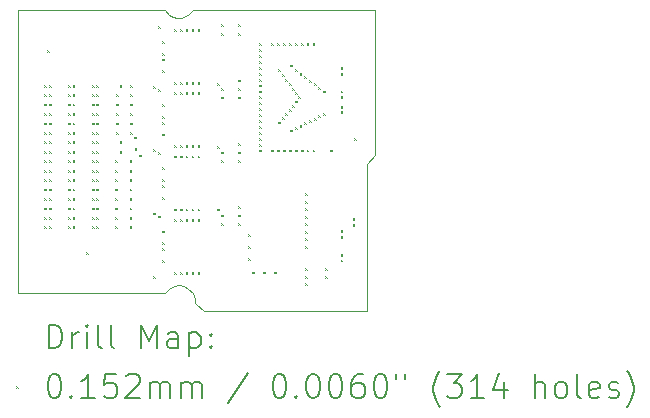
<source format=gbr>
%TF.GenerationSoftware,KiCad,Pcbnew,8.0.5*%
%TF.CreationDate,2025-10-23T09:57:47-05:00*%
%TF.ProjectId,iris-128s,69726973-2d31-4323-9873-2e6b69636164,1*%
%TF.SameCoordinates,Original*%
%TF.FileFunction,Drillmap*%
%TF.FilePolarity,Positive*%
%FSLAX45Y45*%
G04 Gerber Fmt 4.5, Leading zero omitted, Abs format (unit mm)*
G04 Created by KiCad (PCBNEW 8.0.5) date 2025-10-23 09:57:47*
%MOMM*%
%LPD*%
G01*
G04 APERTURE LIST*
%ADD10C,0.050000*%
%ADD11C,0.200000*%
%ADD12C,0.100000*%
G04 APERTURE END LIST*
D10*
X9550000Y-10400000D02*
X9550000Y-8000000D01*
X10990000Y-10360000D02*
X11030000Y-10400000D01*
X11000000Y-8035000D02*
X11030000Y-8000000D01*
X12570000Y-8000000D02*
X12570000Y-9230000D01*
X10790000Y-10400000D02*
X10830000Y-10360000D01*
X10895000Y-8070000D02*
X10930000Y-8070000D01*
X9550000Y-8000000D02*
X10790000Y-8000000D01*
X10830000Y-10360000D02*
X10870000Y-10340000D01*
X10790000Y-10400000D02*
X9550000Y-10400000D01*
X11030000Y-10400000D02*
X11050000Y-10450000D01*
X12100000Y-10550000D02*
X11120000Y-10550000D01*
X10790000Y-8000000D02*
X10825000Y-8040000D01*
X11050000Y-10450000D02*
X11050000Y-10480000D01*
X10950000Y-10340250D02*
X10990000Y-10360000D01*
X10970000Y-8055000D02*
X11000000Y-8035000D01*
X12500000Y-9300000D02*
X12500000Y-10550000D01*
X10910000Y-10330000D02*
X10950000Y-10340250D01*
X10930000Y-8070000D02*
X10970000Y-8055000D01*
X10825000Y-8040000D02*
X10860000Y-8060000D01*
X12570000Y-9230000D02*
X12500000Y-9300000D01*
X11120000Y-10550000D02*
X11050000Y-10480000D01*
X10870000Y-10340000D02*
X10910000Y-10330000D01*
X12500000Y-10550000D02*
X12100000Y-10550000D01*
X10860000Y-8060000D02*
X10895000Y-8070000D01*
X11030000Y-8000000D02*
X12570000Y-8000000D01*
D11*
D12*
X9772852Y-8632720D02*
X9788092Y-8647960D01*
X9788092Y-8632720D02*
X9772852Y-8647960D01*
X9772852Y-8712720D02*
X9788092Y-8727960D01*
X9788092Y-8712720D02*
X9772852Y-8727960D01*
X9772852Y-8792720D02*
X9788092Y-8807960D01*
X9788092Y-8792720D02*
X9772852Y-8807960D01*
X9772852Y-8872720D02*
X9788092Y-8887960D01*
X9788092Y-8872720D02*
X9772852Y-8887960D01*
X9772852Y-8952720D02*
X9788092Y-8967960D01*
X9788092Y-8952720D02*
X9772852Y-8967960D01*
X9772852Y-9032720D02*
X9788092Y-9047960D01*
X9788092Y-9032720D02*
X9772852Y-9047960D01*
X9772852Y-9112720D02*
X9788092Y-9127960D01*
X9788092Y-9112720D02*
X9772852Y-9127960D01*
X9772852Y-9192720D02*
X9788092Y-9207960D01*
X9788092Y-9192720D02*
X9772852Y-9207960D01*
X9772852Y-9272720D02*
X9788092Y-9287960D01*
X9788092Y-9272720D02*
X9772852Y-9287960D01*
X9772852Y-9352720D02*
X9788092Y-9367960D01*
X9788092Y-9352720D02*
X9772852Y-9367960D01*
X9772852Y-9432720D02*
X9788092Y-9447960D01*
X9788092Y-9432720D02*
X9772852Y-9447960D01*
X9772852Y-9512720D02*
X9788092Y-9527960D01*
X9788092Y-9512720D02*
X9772852Y-9527960D01*
X9772852Y-9592720D02*
X9788092Y-9607960D01*
X9788092Y-9592720D02*
X9772852Y-9607960D01*
X9772852Y-9672720D02*
X9788092Y-9687960D01*
X9788092Y-9672720D02*
X9772852Y-9687960D01*
X9772852Y-9752720D02*
X9788092Y-9767960D01*
X9788092Y-9752720D02*
X9772852Y-9767960D01*
X9772852Y-9832720D02*
X9788092Y-9847960D01*
X9788092Y-9832720D02*
X9772852Y-9847960D01*
X9796780Y-8340890D02*
X9812020Y-8356130D01*
X9812020Y-8340890D02*
X9796780Y-8356130D01*
X9811570Y-8632732D02*
X9826810Y-8647972D01*
X9826810Y-8632732D02*
X9811570Y-8647972D01*
X9811570Y-8712732D02*
X9826810Y-8727972D01*
X9826810Y-8712732D02*
X9811570Y-8727972D01*
X9811570Y-8792732D02*
X9826810Y-8807972D01*
X9826810Y-8792732D02*
X9811570Y-8807972D01*
X9811570Y-8872732D02*
X9826810Y-8887972D01*
X9826810Y-8872732D02*
X9811570Y-8887972D01*
X9811570Y-8952732D02*
X9826810Y-8967972D01*
X9826810Y-8952732D02*
X9811570Y-8967972D01*
X9811570Y-9032732D02*
X9826810Y-9047972D01*
X9826810Y-9032732D02*
X9811570Y-9047972D01*
X9811570Y-9112732D02*
X9826810Y-9127972D01*
X9826810Y-9112732D02*
X9811570Y-9127972D01*
X9811570Y-9192732D02*
X9826810Y-9207972D01*
X9826810Y-9192732D02*
X9811570Y-9207972D01*
X9811570Y-9272732D02*
X9826810Y-9287972D01*
X9826810Y-9272732D02*
X9811570Y-9287972D01*
X9811570Y-9352732D02*
X9826810Y-9367972D01*
X9826810Y-9352732D02*
X9811570Y-9367972D01*
X9811570Y-9432732D02*
X9826810Y-9447972D01*
X9826810Y-9432732D02*
X9811570Y-9447972D01*
X9811570Y-9512732D02*
X9826810Y-9527972D01*
X9826810Y-9512732D02*
X9811570Y-9527972D01*
X9811570Y-9592732D02*
X9826810Y-9607972D01*
X9826810Y-9592732D02*
X9811570Y-9607972D01*
X9811570Y-9672732D02*
X9826810Y-9687972D01*
X9826810Y-9672732D02*
X9811570Y-9687972D01*
X9811570Y-9752732D02*
X9826810Y-9767972D01*
X9826810Y-9752732D02*
X9811570Y-9767972D01*
X9811570Y-9832732D02*
X9826810Y-9847972D01*
X9826810Y-9832732D02*
X9811570Y-9847972D01*
X9972852Y-8632720D02*
X9988092Y-8647960D01*
X9988092Y-8632720D02*
X9972852Y-8647960D01*
X9972852Y-8712720D02*
X9988092Y-8727960D01*
X9988092Y-8712720D02*
X9972852Y-8727960D01*
X9972852Y-8792720D02*
X9988092Y-8807960D01*
X9988092Y-8792720D02*
X9972852Y-8807960D01*
X9972852Y-8872720D02*
X9988092Y-8887960D01*
X9988092Y-8872720D02*
X9972852Y-8887960D01*
X9972852Y-8952720D02*
X9988092Y-8967960D01*
X9988092Y-8952720D02*
X9972852Y-8967960D01*
X9972852Y-9032720D02*
X9988092Y-9047960D01*
X9988092Y-9032720D02*
X9972852Y-9047960D01*
X9972852Y-9112720D02*
X9988092Y-9127960D01*
X9988092Y-9112720D02*
X9972852Y-9127960D01*
X9972852Y-9192720D02*
X9988092Y-9207960D01*
X9988092Y-9192720D02*
X9972852Y-9207960D01*
X9972852Y-9272720D02*
X9988092Y-9287960D01*
X9988092Y-9272720D02*
X9972852Y-9287960D01*
X9972852Y-9352720D02*
X9988092Y-9367960D01*
X9988092Y-9352720D02*
X9972852Y-9367960D01*
X9972852Y-9432720D02*
X9988092Y-9447960D01*
X9988092Y-9432720D02*
X9972852Y-9447960D01*
X9972852Y-9512720D02*
X9988092Y-9527960D01*
X9988092Y-9512720D02*
X9972852Y-9527960D01*
X9972852Y-9592720D02*
X9988092Y-9607960D01*
X9988092Y-9592720D02*
X9972852Y-9607960D01*
X9972852Y-9672720D02*
X9988092Y-9687960D01*
X9988092Y-9672720D02*
X9972852Y-9687960D01*
X9972852Y-9752720D02*
X9988092Y-9767960D01*
X9988092Y-9752720D02*
X9972852Y-9767960D01*
X9972852Y-9832720D02*
X9988092Y-9847960D01*
X9988092Y-9832720D02*
X9972852Y-9847960D01*
X10011570Y-8632732D02*
X10026810Y-8647972D01*
X10026810Y-8632732D02*
X10011570Y-8647972D01*
X10011570Y-8712732D02*
X10026810Y-8727972D01*
X10026810Y-8712732D02*
X10011570Y-8727972D01*
X10011570Y-8792732D02*
X10026810Y-8807972D01*
X10026810Y-8792732D02*
X10011570Y-8807972D01*
X10011570Y-8872732D02*
X10026810Y-8887972D01*
X10026810Y-8872732D02*
X10011570Y-8887972D01*
X10011570Y-8952732D02*
X10026810Y-8967972D01*
X10026810Y-8952732D02*
X10011570Y-8967972D01*
X10011570Y-9032732D02*
X10026810Y-9047972D01*
X10026810Y-9032732D02*
X10011570Y-9047972D01*
X10011570Y-9112732D02*
X10026810Y-9127972D01*
X10026810Y-9112732D02*
X10011570Y-9127972D01*
X10011570Y-9192732D02*
X10026810Y-9207972D01*
X10026810Y-9192732D02*
X10011570Y-9207972D01*
X10011570Y-9272732D02*
X10026810Y-9287972D01*
X10026810Y-9272732D02*
X10011570Y-9287972D01*
X10011570Y-9352732D02*
X10026810Y-9367972D01*
X10026810Y-9352732D02*
X10011570Y-9367972D01*
X10011570Y-9432732D02*
X10026810Y-9447972D01*
X10026810Y-9432732D02*
X10011570Y-9447972D01*
X10011570Y-9512732D02*
X10026810Y-9527972D01*
X10026810Y-9512732D02*
X10011570Y-9527972D01*
X10011570Y-9592732D02*
X10026810Y-9607972D01*
X10026810Y-9592732D02*
X10011570Y-9607972D01*
X10011570Y-9672732D02*
X10026810Y-9687972D01*
X10026810Y-9672732D02*
X10011570Y-9687972D01*
X10011570Y-9752732D02*
X10026810Y-9767972D01*
X10026810Y-9752732D02*
X10011570Y-9767972D01*
X10011570Y-9832732D02*
X10026810Y-9847972D01*
X10026810Y-9832732D02*
X10011570Y-9847972D01*
X10124186Y-10047440D02*
X10139426Y-10062680D01*
X10139426Y-10047440D02*
X10124186Y-10062680D01*
X10172852Y-8632720D02*
X10188092Y-8647960D01*
X10188092Y-8632720D02*
X10172852Y-8647960D01*
X10172852Y-8712720D02*
X10188092Y-8727960D01*
X10188092Y-8712720D02*
X10172852Y-8727960D01*
X10172852Y-8792720D02*
X10188092Y-8807960D01*
X10188092Y-8792720D02*
X10172852Y-8807960D01*
X10172852Y-8872720D02*
X10188092Y-8887960D01*
X10188092Y-8872720D02*
X10172852Y-8887960D01*
X10172852Y-8952720D02*
X10188092Y-8967960D01*
X10188092Y-8952720D02*
X10172852Y-8967960D01*
X10172852Y-9032720D02*
X10188092Y-9047960D01*
X10188092Y-9032720D02*
X10172852Y-9047960D01*
X10172852Y-9112720D02*
X10188092Y-9127960D01*
X10188092Y-9112720D02*
X10172852Y-9127960D01*
X10172852Y-9192720D02*
X10188092Y-9207960D01*
X10188092Y-9192720D02*
X10172852Y-9207960D01*
X10172852Y-9272720D02*
X10188092Y-9287960D01*
X10188092Y-9272720D02*
X10172852Y-9287960D01*
X10172852Y-9352720D02*
X10188092Y-9367960D01*
X10188092Y-9352720D02*
X10172852Y-9367960D01*
X10172852Y-9432720D02*
X10188092Y-9447960D01*
X10188092Y-9432720D02*
X10172852Y-9447960D01*
X10172852Y-9512720D02*
X10188092Y-9527960D01*
X10188092Y-9512720D02*
X10172852Y-9527960D01*
X10172852Y-9592720D02*
X10188092Y-9607960D01*
X10188092Y-9592720D02*
X10172852Y-9607960D01*
X10172852Y-9672720D02*
X10188092Y-9687960D01*
X10188092Y-9672720D02*
X10172852Y-9687960D01*
X10172852Y-9752720D02*
X10188092Y-9767960D01*
X10188092Y-9752720D02*
X10172852Y-9767960D01*
X10172852Y-9832720D02*
X10188092Y-9847960D01*
X10188092Y-9832720D02*
X10172852Y-9847960D01*
X10211570Y-8632732D02*
X10226810Y-8647972D01*
X10226810Y-8632732D02*
X10211570Y-8647972D01*
X10211570Y-8712732D02*
X10226810Y-8727972D01*
X10226810Y-8712732D02*
X10211570Y-8727972D01*
X10211570Y-8792732D02*
X10226810Y-8807972D01*
X10226810Y-8792732D02*
X10211570Y-8807972D01*
X10211570Y-8872732D02*
X10226810Y-8887972D01*
X10226810Y-8872732D02*
X10211570Y-8887972D01*
X10211570Y-8952732D02*
X10226810Y-8967972D01*
X10226810Y-8952732D02*
X10211570Y-8967972D01*
X10211570Y-9032732D02*
X10226810Y-9047972D01*
X10226810Y-9032732D02*
X10211570Y-9047972D01*
X10211570Y-9112732D02*
X10226810Y-9127972D01*
X10226810Y-9112732D02*
X10211570Y-9127972D01*
X10211570Y-9192732D02*
X10226810Y-9207972D01*
X10226810Y-9192732D02*
X10211570Y-9207972D01*
X10211570Y-9272732D02*
X10226810Y-9287972D01*
X10226810Y-9272732D02*
X10211570Y-9287972D01*
X10211570Y-9352732D02*
X10226810Y-9367972D01*
X10226810Y-9352732D02*
X10211570Y-9367972D01*
X10211570Y-9432732D02*
X10226810Y-9447972D01*
X10226810Y-9432732D02*
X10211570Y-9447972D01*
X10211570Y-9512732D02*
X10226810Y-9527972D01*
X10226810Y-9512732D02*
X10211570Y-9527972D01*
X10211570Y-9592732D02*
X10226810Y-9607972D01*
X10226810Y-9592732D02*
X10211570Y-9607972D01*
X10211570Y-9672732D02*
X10226810Y-9687972D01*
X10226810Y-9672732D02*
X10211570Y-9687972D01*
X10211570Y-9752732D02*
X10226810Y-9767972D01*
X10226810Y-9752732D02*
X10211570Y-9767972D01*
X10211570Y-9832732D02*
X10226810Y-9847972D01*
X10226810Y-9832732D02*
X10211570Y-9847972D01*
X10372852Y-9272720D02*
X10388092Y-9287960D01*
X10388092Y-9272720D02*
X10372852Y-9287960D01*
X10372852Y-9352720D02*
X10388092Y-9367960D01*
X10388092Y-9352720D02*
X10372852Y-9367960D01*
X10372852Y-9432720D02*
X10388092Y-9447960D01*
X10388092Y-9432720D02*
X10372852Y-9447960D01*
X10372852Y-9512720D02*
X10388092Y-9527960D01*
X10388092Y-9512720D02*
X10372852Y-9527960D01*
X10372852Y-9592720D02*
X10388092Y-9607960D01*
X10388092Y-9592720D02*
X10372852Y-9607960D01*
X10372852Y-9672720D02*
X10388092Y-9687960D01*
X10388092Y-9672720D02*
X10372852Y-9687960D01*
X10372852Y-9752720D02*
X10388092Y-9767960D01*
X10388092Y-9752720D02*
X10372852Y-9767960D01*
X10372852Y-9832720D02*
X10388092Y-9847960D01*
X10388092Y-9832720D02*
X10372852Y-9847960D01*
X10375900Y-8712720D02*
X10391140Y-8727960D01*
X10391140Y-8712720D02*
X10375900Y-8727960D01*
X10375900Y-8792720D02*
X10391140Y-8807960D01*
X10391140Y-8792720D02*
X10375900Y-8807960D01*
X10375900Y-8872720D02*
X10391140Y-8887960D01*
X10391140Y-8872720D02*
X10375900Y-8887960D01*
X10375900Y-8952720D02*
X10391140Y-8967960D01*
X10391140Y-8952720D02*
X10375900Y-8967960D01*
X10375900Y-9032720D02*
X10391140Y-9047960D01*
X10391140Y-9032720D02*
X10375900Y-9047960D01*
X10407904Y-8632720D02*
X10423144Y-8647960D01*
X10423144Y-8632720D02*
X10407904Y-8647960D01*
X10407904Y-9112720D02*
X10423144Y-9127960D01*
X10423144Y-9112720D02*
X10407904Y-9127960D01*
X10407904Y-9192720D02*
X10423144Y-9207960D01*
X10423144Y-9192720D02*
X10407904Y-9207960D01*
X10492852Y-9272720D02*
X10508092Y-9287960D01*
X10508092Y-9272720D02*
X10492852Y-9287960D01*
X10492852Y-9352720D02*
X10508092Y-9367960D01*
X10508092Y-9352720D02*
X10492852Y-9367960D01*
X10492852Y-9432720D02*
X10508092Y-9447960D01*
X10508092Y-9432720D02*
X10492852Y-9447960D01*
X10492852Y-9512720D02*
X10508092Y-9527960D01*
X10508092Y-9512720D02*
X10492852Y-9527960D01*
X10492852Y-9592720D02*
X10508092Y-9607960D01*
X10508092Y-9592720D02*
X10492852Y-9607960D01*
X10492852Y-9672720D02*
X10508092Y-9687960D01*
X10508092Y-9672720D02*
X10492852Y-9687960D01*
X10492852Y-9752720D02*
X10508092Y-9767960D01*
X10508092Y-9752720D02*
X10492852Y-9767960D01*
X10492852Y-9832720D02*
X10508092Y-9847960D01*
X10508092Y-9832720D02*
X10492852Y-9847960D01*
X10495900Y-8632720D02*
X10511140Y-8647960D01*
X10511140Y-8632720D02*
X10495900Y-8647960D01*
X10495900Y-8712720D02*
X10511140Y-8727960D01*
X10511140Y-8712720D02*
X10495900Y-8727960D01*
X10495900Y-8792720D02*
X10511140Y-8807960D01*
X10511140Y-8792720D02*
X10495900Y-8807960D01*
X10495900Y-8872720D02*
X10511140Y-8887960D01*
X10511140Y-8872720D02*
X10495900Y-8887960D01*
X10495900Y-8952720D02*
X10511140Y-8967960D01*
X10511140Y-8952720D02*
X10495900Y-8967960D01*
X10495900Y-9032720D02*
X10511140Y-9047960D01*
X10511140Y-9032720D02*
X10495900Y-9047960D01*
X10534000Y-9072720D02*
X10549240Y-9087960D01*
X10549240Y-9072720D02*
X10534000Y-9087960D01*
X10536540Y-9167960D02*
X10551780Y-9183200D01*
X10551780Y-9167960D02*
X10536540Y-9183200D01*
X10576814Y-9224772D02*
X10592054Y-9240012D01*
X10592054Y-9224772D02*
X10576814Y-9240012D01*
X10690860Y-8644650D02*
X10706100Y-8659890D01*
X10706100Y-8644650D02*
X10690860Y-8659890D01*
X10691114Y-9179320D02*
X10706354Y-9194560D01*
X10706354Y-9179320D02*
X10691114Y-9194560D01*
X10691317Y-9715400D02*
X10706557Y-9730640D01*
X10706557Y-9715400D02*
X10691317Y-9730640D01*
X10691317Y-10250400D02*
X10706557Y-10265640D01*
X10706557Y-10250400D02*
X10691317Y-10265640D01*
X10734040Y-8134350D02*
X10749280Y-8149590D01*
X10749280Y-8134350D02*
X10734040Y-8149590D01*
X10734294Y-8669020D02*
X10749534Y-8684260D01*
X10749534Y-8669020D02*
X10734294Y-8684260D01*
X10734497Y-9205100D02*
X10749737Y-9220340D01*
X10749737Y-9205100D02*
X10734497Y-9220340D01*
X10734497Y-9740100D02*
X10749737Y-9755340D01*
X10749737Y-9740100D02*
X10734497Y-9755340D01*
X10767060Y-8262620D02*
X10782300Y-8277860D01*
X10782300Y-8262620D02*
X10767060Y-8277860D01*
X10767060Y-8362380D02*
X10782300Y-8377620D01*
X10782300Y-8362380D02*
X10767060Y-8377620D01*
X10767060Y-8412380D02*
X10782300Y-8427620D01*
X10782300Y-8412380D02*
X10767060Y-8427620D01*
X10767060Y-8511540D02*
X10782300Y-8526780D01*
X10782300Y-8511540D02*
X10767060Y-8526780D01*
X10767314Y-8797290D02*
X10782554Y-8812530D01*
X10782554Y-8797290D02*
X10767314Y-8812530D01*
X10767314Y-8897380D02*
X10782554Y-8912620D01*
X10782554Y-8897380D02*
X10767314Y-8912620D01*
X10767314Y-8947380D02*
X10782554Y-8962620D01*
X10782554Y-8947380D02*
X10767314Y-8962620D01*
X10767314Y-9046210D02*
X10782554Y-9061450D01*
X10782554Y-9046210D02*
X10767314Y-9061450D01*
X10767517Y-9333370D02*
X10782757Y-9348610D01*
X10782757Y-9333370D02*
X10767517Y-9348610D01*
X10767517Y-9432380D02*
X10782757Y-9447620D01*
X10782757Y-9432380D02*
X10767517Y-9447620D01*
X10767517Y-9482380D02*
X10782757Y-9497620D01*
X10782757Y-9482380D02*
X10767517Y-9497620D01*
X10767517Y-9582290D02*
X10782757Y-9597530D01*
X10782757Y-9582290D02*
X10767517Y-9597530D01*
X10767517Y-9868370D02*
X10782757Y-9883610D01*
X10782757Y-9868370D02*
X10767517Y-9883610D01*
X10767517Y-9967380D02*
X10782757Y-9982620D01*
X10782757Y-9967380D02*
X10767517Y-9982620D01*
X10767517Y-10017380D02*
X10782757Y-10032620D01*
X10782757Y-10017380D02*
X10767517Y-10032620D01*
X10767517Y-10117290D02*
X10782757Y-10132530D01*
X10782757Y-10117290D02*
X10767517Y-10132530D01*
X10868660Y-8162290D02*
X10883900Y-8177530D01*
X10883900Y-8162290D02*
X10868660Y-8177530D01*
X10868660Y-8611630D02*
X10883900Y-8626870D01*
X10883900Y-8611630D02*
X10868660Y-8626870D01*
X10868914Y-8696960D02*
X10884154Y-8712200D01*
X10884154Y-8696960D02*
X10868914Y-8712200D01*
X10868914Y-9146300D02*
X10884154Y-9161540D01*
X10884154Y-9146300D02*
X10868914Y-9161540D01*
X10869117Y-9233040D02*
X10884357Y-9248280D01*
X10884357Y-9233040D02*
X10869117Y-9248280D01*
X10869117Y-9682380D02*
X10884357Y-9697620D01*
X10884357Y-9682380D02*
X10869117Y-9697620D01*
X10869117Y-9768040D02*
X10884357Y-9783280D01*
X10884357Y-9768040D02*
X10869117Y-9783280D01*
X10869117Y-10217380D02*
X10884357Y-10232620D01*
X10884357Y-10217380D02*
X10869117Y-10232620D01*
X10919460Y-8162290D02*
X10934700Y-8177530D01*
X10934700Y-8162290D02*
X10919460Y-8177530D01*
X10919460Y-8611630D02*
X10934700Y-8626870D01*
X10934700Y-8611630D02*
X10919460Y-8626870D01*
X10919714Y-8696960D02*
X10934954Y-8712200D01*
X10934954Y-8696960D02*
X10919714Y-8712200D01*
X10919714Y-9146300D02*
X10934954Y-9161540D01*
X10934954Y-9146300D02*
X10919714Y-9161540D01*
X10919917Y-9233040D02*
X10935157Y-9248280D01*
X10935157Y-9233040D02*
X10919917Y-9248280D01*
X10919917Y-9682380D02*
X10935157Y-9697620D01*
X10935157Y-9682380D02*
X10919917Y-9697620D01*
X10919917Y-9768040D02*
X10935157Y-9783280D01*
X10935157Y-9768040D02*
X10919917Y-9783280D01*
X10919917Y-10217380D02*
X10935157Y-10232620D01*
X10935157Y-10217380D02*
X10919917Y-10232620D01*
X10967720Y-8162290D02*
X10982960Y-8177530D01*
X10982960Y-8162290D02*
X10967720Y-8177530D01*
X10967720Y-8611630D02*
X10982960Y-8626870D01*
X10982960Y-8611630D02*
X10967720Y-8626870D01*
X10967974Y-8696960D02*
X10983214Y-8712200D01*
X10983214Y-8696960D02*
X10967974Y-8712200D01*
X10967974Y-9146300D02*
X10983214Y-9161540D01*
X10983214Y-9146300D02*
X10967974Y-9161540D01*
X10968177Y-9233040D02*
X10983417Y-9248280D01*
X10983417Y-9233040D02*
X10968177Y-9248280D01*
X10968177Y-9682380D02*
X10983417Y-9697620D01*
X10983417Y-9682380D02*
X10968177Y-9697620D01*
X10968177Y-9768040D02*
X10983417Y-9783280D01*
X10983417Y-9768040D02*
X10968177Y-9783280D01*
X10968177Y-10217380D02*
X10983417Y-10232620D01*
X10983417Y-10217380D02*
X10968177Y-10232620D01*
X11018520Y-8162290D02*
X11033760Y-8177530D01*
X11033760Y-8162290D02*
X11018520Y-8177530D01*
X11018520Y-8611630D02*
X11033760Y-8626870D01*
X11033760Y-8611630D02*
X11018520Y-8626870D01*
X11018774Y-8696960D02*
X11034014Y-8712200D01*
X11034014Y-8696960D02*
X11018774Y-8712200D01*
X11018774Y-9146300D02*
X11034014Y-9161540D01*
X11034014Y-9146300D02*
X11018774Y-9161540D01*
X11018977Y-9233040D02*
X11034217Y-9248280D01*
X11034217Y-9233040D02*
X11018977Y-9248280D01*
X11018977Y-9682380D02*
X11034217Y-9697620D01*
X11034217Y-9682380D02*
X11018977Y-9697620D01*
X11018977Y-9768040D02*
X11034217Y-9783280D01*
X11034217Y-9768040D02*
X11018977Y-9783280D01*
X11018977Y-10217380D02*
X11034217Y-10232620D01*
X11034217Y-10217380D02*
X11018977Y-10232620D01*
X11069320Y-8162290D02*
X11084560Y-8177530D01*
X11084560Y-8162290D02*
X11069320Y-8177530D01*
X11069320Y-8611630D02*
X11084560Y-8626870D01*
X11084560Y-8611630D02*
X11069320Y-8626870D01*
X11069574Y-8696960D02*
X11084814Y-8712200D01*
X11084814Y-8696960D02*
X11069574Y-8712200D01*
X11069574Y-9146300D02*
X11084814Y-9161540D01*
X11084814Y-9146300D02*
X11069574Y-9161540D01*
X11069777Y-9233040D02*
X11085017Y-9248280D01*
X11085017Y-9233040D02*
X11069777Y-9248280D01*
X11069777Y-9682380D02*
X11085017Y-9697620D01*
X11085017Y-9682380D02*
X11069777Y-9697620D01*
X11069777Y-9768040D02*
X11085017Y-9783280D01*
X11085017Y-9768040D02*
X11069777Y-9783280D01*
X11069777Y-10217380D02*
X11085017Y-10232620D01*
X11085017Y-10217380D02*
X11069777Y-10232620D01*
X11231880Y-8618220D02*
X11247120Y-8633460D01*
X11247120Y-8618220D02*
X11231880Y-8633460D01*
X11233404Y-9149334D02*
X11248644Y-9164574D01*
X11248644Y-9149334D02*
X11233404Y-9164574D01*
X11233912Y-9682480D02*
X11249152Y-9697720D01*
X11249152Y-9682480D02*
X11233912Y-9697720D01*
X11264900Y-8122248D02*
X11280140Y-8137488D01*
X11280140Y-8122248D02*
X11264900Y-8137488D01*
X11264900Y-8192600D02*
X11280140Y-8207840D01*
X11280140Y-8192600D02*
X11264900Y-8207840D01*
X11264900Y-8662560D02*
X11280140Y-8677800D01*
X11280140Y-8662560D02*
X11264900Y-8677800D01*
X11264900Y-8733940D02*
X11280140Y-8749180D01*
X11280140Y-8733940D02*
X11264900Y-8749180D01*
X11264900Y-9198500D02*
X11280140Y-9213740D01*
X11280140Y-9198500D02*
X11264900Y-9213740D01*
X11264900Y-9270400D02*
X11280140Y-9285640D01*
X11280140Y-9270400D02*
X11264900Y-9285640D01*
X11264900Y-9732420D02*
X11280140Y-9747660D01*
X11280140Y-9732420D02*
X11264900Y-9747660D01*
X11264900Y-9803800D02*
X11280140Y-9819040D01*
X11280140Y-9803800D02*
X11264900Y-9819040D01*
X11415014Y-8122248D02*
X11430254Y-8137488D01*
X11430254Y-8122248D02*
X11415014Y-8137488D01*
X11415014Y-8192600D02*
X11430254Y-8207840D01*
X11430254Y-8192600D02*
X11415014Y-8207840D01*
X11415014Y-8589380D02*
X11430254Y-8604620D01*
X11430254Y-8589380D02*
X11415014Y-8604620D01*
X11415014Y-8662560D02*
X11430254Y-8677800D01*
X11430254Y-8662560D02*
X11415014Y-8677800D01*
X11415014Y-8733940D02*
X11430254Y-8749180D01*
X11430254Y-8733940D02*
X11415014Y-8749180D01*
X11415014Y-9124380D02*
X11430254Y-9139620D01*
X11430254Y-9124380D02*
X11415014Y-9139620D01*
X11415014Y-9198500D02*
X11430254Y-9213740D01*
X11430254Y-9198500D02*
X11415014Y-9213740D01*
X11415014Y-9270400D02*
X11430254Y-9285640D01*
X11430254Y-9270400D02*
X11415014Y-9285640D01*
X11415014Y-9659380D02*
X11430254Y-9674620D01*
X11430254Y-9659380D02*
X11415014Y-9674620D01*
X11415014Y-9732420D02*
X11430254Y-9747660D01*
X11430254Y-9732420D02*
X11415014Y-9747660D01*
X11415014Y-9803800D02*
X11430254Y-9819040D01*
X11430254Y-9803800D02*
X11415014Y-9819040D01*
X11499314Y-9897780D02*
X11514554Y-9913020D01*
X11514554Y-9897780D02*
X11499314Y-9913020D01*
X11499314Y-9997780D02*
X11514554Y-10013020D01*
X11514554Y-9997780D02*
X11499314Y-10013020D01*
X11499314Y-10097780D02*
X11514554Y-10113020D01*
X11514554Y-10097780D02*
X11499314Y-10113020D01*
X11529666Y-10215764D02*
X11544906Y-10231004D01*
X11544906Y-10215764D02*
X11529666Y-10231004D01*
X11592380Y-8282380D02*
X11607620Y-8297620D01*
X11607620Y-8282380D02*
X11592380Y-8297620D01*
X11592380Y-8332380D02*
X11607620Y-8347620D01*
X11607620Y-8332380D02*
X11592380Y-8347620D01*
X11592380Y-8382380D02*
X11607620Y-8397620D01*
X11607620Y-8382380D02*
X11592380Y-8397620D01*
X11592380Y-8432380D02*
X11607620Y-8447620D01*
X11607620Y-8432380D02*
X11592380Y-8447620D01*
X11592380Y-8482380D02*
X11607620Y-8497620D01*
X11607620Y-8482380D02*
X11592380Y-8497620D01*
X11592380Y-8532380D02*
X11607620Y-8547620D01*
X11607620Y-8532380D02*
X11592380Y-8547620D01*
X11592380Y-8582380D02*
X11607620Y-8597620D01*
X11607620Y-8582380D02*
X11592380Y-8597620D01*
X11592380Y-8632380D02*
X11607620Y-8647620D01*
X11607620Y-8632380D02*
X11592380Y-8647620D01*
X11592380Y-8682380D02*
X11607620Y-8697620D01*
X11607620Y-8682380D02*
X11592380Y-8697620D01*
X11592380Y-8732380D02*
X11607620Y-8747620D01*
X11607620Y-8732380D02*
X11592380Y-8747620D01*
X11592380Y-8782380D02*
X11607620Y-8797620D01*
X11607620Y-8782380D02*
X11592380Y-8797620D01*
X11592380Y-8832380D02*
X11607620Y-8847620D01*
X11607620Y-8832380D02*
X11592380Y-8847620D01*
X11592380Y-8882380D02*
X11607620Y-8897620D01*
X11607620Y-8882380D02*
X11592380Y-8897620D01*
X11592380Y-8932380D02*
X11607620Y-8947620D01*
X11607620Y-8932380D02*
X11592380Y-8947620D01*
X11592380Y-8982380D02*
X11607620Y-8997620D01*
X11607620Y-8982380D02*
X11592380Y-8997620D01*
X11592380Y-9032380D02*
X11607620Y-9047620D01*
X11607620Y-9032380D02*
X11592380Y-9047620D01*
X11592380Y-9082380D02*
X11607620Y-9097620D01*
X11607620Y-9082380D02*
X11592380Y-9097620D01*
X11592380Y-9132380D02*
X11607620Y-9147620D01*
X11607620Y-9132380D02*
X11592380Y-9147620D01*
X11592380Y-9182380D02*
X11607620Y-9197620D01*
X11607620Y-9182380D02*
X11592380Y-9197620D01*
X11621666Y-10215764D02*
X11636906Y-10231004D01*
X11636906Y-10215764D02*
X11621666Y-10231004D01*
X11692380Y-8282380D02*
X11707620Y-8297620D01*
X11707620Y-8282380D02*
X11692380Y-8297620D01*
X11692380Y-9182380D02*
X11707620Y-9197620D01*
X11707620Y-9182380D02*
X11692380Y-9197620D01*
X11713666Y-10215764D02*
X11728906Y-10231004D01*
X11728906Y-10215764D02*
X11713666Y-10231004D01*
X11742380Y-8282380D02*
X11757620Y-8297620D01*
X11757620Y-8282380D02*
X11742380Y-8297620D01*
X11742380Y-9182380D02*
X11757620Y-9197620D01*
X11757620Y-9182380D02*
X11742380Y-9197620D01*
X11752380Y-8502380D02*
X11767620Y-8517620D01*
X11767620Y-8502380D02*
X11752380Y-8517620D01*
X11752380Y-8944380D02*
X11767620Y-8959620D01*
X11767620Y-8944380D02*
X11752380Y-8959620D01*
X11782380Y-8542380D02*
X11797620Y-8557620D01*
X11797620Y-8542380D02*
X11782380Y-8557620D01*
X11782380Y-8909380D02*
X11797620Y-8924620D01*
X11797620Y-8909380D02*
X11782380Y-8924620D01*
X11792380Y-8282380D02*
X11807620Y-8297620D01*
X11807620Y-8282380D02*
X11792380Y-8297620D01*
X11792380Y-9182380D02*
X11807620Y-9197620D01*
X11807620Y-9182380D02*
X11792380Y-9197620D01*
X11812380Y-8582380D02*
X11827620Y-8597620D01*
X11827620Y-8582380D02*
X11812380Y-8597620D01*
X11812380Y-8874380D02*
X11827620Y-8889620D01*
X11827620Y-8874380D02*
X11812380Y-8889620D01*
X11842380Y-8282380D02*
X11857620Y-8297620D01*
X11857620Y-8282380D02*
X11842380Y-8297620D01*
X11842380Y-8622380D02*
X11857620Y-8637620D01*
X11857620Y-8622380D02*
X11842380Y-8637620D01*
X11842380Y-8839380D02*
X11857620Y-8854620D01*
X11857620Y-8839380D02*
X11842380Y-8854620D01*
X11842380Y-9182380D02*
X11857620Y-9197620D01*
X11857620Y-9182380D02*
X11842380Y-9197620D01*
X11852380Y-8462380D02*
X11867620Y-8477620D01*
X11867620Y-8462380D02*
X11852380Y-8477620D01*
X11852380Y-9012380D02*
X11867620Y-9027620D01*
X11867620Y-9012380D02*
X11852380Y-9027620D01*
X11872380Y-8662380D02*
X11887620Y-8677620D01*
X11887620Y-8662380D02*
X11872380Y-8677620D01*
X11872380Y-8802380D02*
X11887620Y-8817620D01*
X11887620Y-8802380D02*
X11872380Y-8817620D01*
X11892380Y-8282380D02*
X11907620Y-8297620D01*
X11907620Y-8282380D02*
X11892380Y-8297620D01*
X11892380Y-8502380D02*
X11907620Y-8517620D01*
X11907620Y-8502380D02*
X11892380Y-8517620D01*
X11892380Y-8992380D02*
X11907620Y-9007620D01*
X11907620Y-8992380D02*
X11892380Y-9007620D01*
X11892380Y-9182380D02*
X11907620Y-9197620D01*
X11907620Y-9182380D02*
X11892380Y-9197620D01*
X11897380Y-8697380D02*
X11912620Y-8712620D01*
X11912620Y-8697380D02*
X11897380Y-8712620D01*
X11897380Y-8767380D02*
X11912620Y-8782620D01*
X11912620Y-8767380D02*
X11897380Y-8782620D01*
X11922380Y-8732380D02*
X11937620Y-8747620D01*
X11937620Y-8732380D02*
X11922380Y-8747620D01*
X11932380Y-8532380D02*
X11947620Y-8547620D01*
X11947620Y-8532380D02*
X11932380Y-8547620D01*
X11932380Y-8972380D02*
X11947620Y-8987620D01*
X11947620Y-8972380D02*
X11932380Y-8987620D01*
X11942380Y-8282380D02*
X11957620Y-8297620D01*
X11957620Y-8282380D02*
X11942380Y-8297620D01*
X11942380Y-9182380D02*
X11957620Y-9197620D01*
X11957620Y-9182380D02*
X11942380Y-9197620D01*
X11972380Y-8562380D02*
X11987620Y-8577620D01*
X11987620Y-8562380D02*
X11972380Y-8577620D01*
X11972380Y-8952380D02*
X11987620Y-8967620D01*
X11987620Y-8952380D02*
X11972380Y-8967620D01*
X11979362Y-9553536D02*
X11994602Y-9568776D01*
X11994602Y-9553536D02*
X11979362Y-9568776D01*
X11979362Y-9617036D02*
X11994602Y-9632276D01*
X11994602Y-9617036D02*
X11979362Y-9632276D01*
X11979362Y-9680536D02*
X11994602Y-9695776D01*
X11994602Y-9680536D02*
X11979362Y-9695776D01*
X11979362Y-9744036D02*
X11994602Y-9759276D01*
X11994602Y-9744036D02*
X11979362Y-9759276D01*
X11979362Y-9807536D02*
X11994602Y-9822776D01*
X11994602Y-9807536D02*
X11979362Y-9822776D01*
X11979362Y-9871036D02*
X11994602Y-9886276D01*
X11994602Y-9871036D02*
X11979362Y-9886276D01*
X11979362Y-9934536D02*
X11994602Y-9949776D01*
X11994602Y-9934536D02*
X11979362Y-9949776D01*
X11979362Y-9998036D02*
X11994602Y-10013276D01*
X11994602Y-9998036D02*
X11979362Y-10013276D01*
X11979362Y-10188536D02*
X11994602Y-10203776D01*
X11994602Y-10188536D02*
X11979362Y-10203776D01*
X11979362Y-10252036D02*
X11994602Y-10267276D01*
X11994602Y-10252036D02*
X11979362Y-10267276D01*
X11979362Y-10315536D02*
X11994602Y-10330776D01*
X11994602Y-10315536D02*
X11979362Y-10330776D01*
X11992380Y-8282380D02*
X12007620Y-8297620D01*
X12007620Y-8282380D02*
X11992380Y-8297620D01*
X11992380Y-9182380D02*
X12007620Y-9197620D01*
X12007620Y-9182380D02*
X11992380Y-9197620D01*
X12012380Y-8592380D02*
X12027620Y-8607620D01*
X12027620Y-8592380D02*
X12012380Y-8607620D01*
X12012380Y-8932380D02*
X12027620Y-8947620D01*
X12027620Y-8932380D02*
X12012380Y-8947620D01*
X12042380Y-8282380D02*
X12057620Y-8297620D01*
X12057620Y-8282380D02*
X12042380Y-8297620D01*
X12042380Y-9182380D02*
X12057620Y-9197620D01*
X12057620Y-9182380D02*
X12042380Y-9197620D01*
X12052380Y-8622380D02*
X12067620Y-8637620D01*
X12067620Y-8622380D02*
X12052380Y-8637620D01*
X12052380Y-8912380D02*
X12067620Y-8927620D01*
X12067620Y-8912380D02*
X12052380Y-8927620D01*
X12092380Y-8652380D02*
X12107620Y-8667620D01*
X12107620Y-8652380D02*
X12092380Y-8667620D01*
X12092380Y-8892380D02*
X12107620Y-8907620D01*
X12107620Y-8892380D02*
X12092380Y-8907620D01*
X12132380Y-8682380D02*
X12147620Y-8697620D01*
X12147620Y-8682380D02*
X12132380Y-8697620D01*
X12132380Y-8872380D02*
X12147620Y-8887620D01*
X12147620Y-8872380D02*
X12132380Y-8887620D01*
X12149542Y-10188536D02*
X12164782Y-10203776D01*
X12164782Y-10188536D02*
X12149542Y-10203776D01*
X12149542Y-10252036D02*
X12164782Y-10267276D01*
X12164782Y-10252036D02*
X12149542Y-10267276D01*
X12192380Y-9182380D02*
X12207620Y-9197620D01*
X12207620Y-9182380D02*
X12192380Y-9197620D01*
X12279188Y-10064044D02*
X12294428Y-10079284D01*
X12294428Y-10064044D02*
X12279188Y-10079284D01*
X12279188Y-10114044D02*
X12294428Y-10129284D01*
X12294428Y-10114044D02*
X12279188Y-10129284D01*
X12279378Y-9863980D02*
X12294618Y-9879220D01*
X12294618Y-9863980D02*
X12279378Y-9879220D01*
X12279378Y-9913980D02*
X12294618Y-9929220D01*
X12294618Y-9913980D02*
X12279378Y-9929220D01*
X12279630Y-8482380D02*
X12294870Y-8497620D01*
X12294870Y-8482380D02*
X12279630Y-8497620D01*
X12279630Y-8532380D02*
X12294870Y-8547620D01*
X12294870Y-8532380D02*
X12279630Y-8547620D01*
X12279630Y-8682482D02*
X12294870Y-8697722D01*
X12294870Y-8682482D02*
X12279630Y-8697722D01*
X12279630Y-8732266D02*
X12294870Y-8747506D01*
X12294870Y-8732266D02*
X12279630Y-8747506D01*
X12279630Y-8815070D02*
X12294870Y-8830310D01*
X12294870Y-8815070D02*
X12279630Y-8830310D01*
X12279630Y-8857742D02*
X12294870Y-8872982D01*
X12294870Y-8857742D02*
X12279630Y-8872982D01*
X12380978Y-9813980D02*
X12396218Y-9829220D01*
X12396218Y-9813980D02*
X12380978Y-9829220D01*
X12381166Y-9764044D02*
X12396406Y-9779284D01*
X12396406Y-9764044D02*
X12381166Y-9779284D01*
X12392708Y-9087118D02*
X12407948Y-9102358D01*
X12407948Y-9087118D02*
X12392708Y-9102358D01*
D11*
X9808277Y-10863984D02*
X9808277Y-10663984D01*
X9808277Y-10663984D02*
X9855896Y-10663984D01*
X9855896Y-10663984D02*
X9884467Y-10673508D01*
X9884467Y-10673508D02*
X9903515Y-10692555D01*
X9903515Y-10692555D02*
X9913039Y-10711603D01*
X9913039Y-10711603D02*
X9922563Y-10749698D01*
X9922563Y-10749698D02*
X9922563Y-10778270D01*
X9922563Y-10778270D02*
X9913039Y-10816365D01*
X9913039Y-10816365D02*
X9903515Y-10835412D01*
X9903515Y-10835412D02*
X9884467Y-10854460D01*
X9884467Y-10854460D02*
X9855896Y-10863984D01*
X9855896Y-10863984D02*
X9808277Y-10863984D01*
X10008277Y-10863984D02*
X10008277Y-10730650D01*
X10008277Y-10768746D02*
X10017801Y-10749698D01*
X10017801Y-10749698D02*
X10027324Y-10740174D01*
X10027324Y-10740174D02*
X10046372Y-10730650D01*
X10046372Y-10730650D02*
X10065420Y-10730650D01*
X10132086Y-10863984D02*
X10132086Y-10730650D01*
X10132086Y-10663984D02*
X10122563Y-10673508D01*
X10122563Y-10673508D02*
X10132086Y-10683031D01*
X10132086Y-10683031D02*
X10141610Y-10673508D01*
X10141610Y-10673508D02*
X10132086Y-10663984D01*
X10132086Y-10663984D02*
X10132086Y-10683031D01*
X10255896Y-10863984D02*
X10236848Y-10854460D01*
X10236848Y-10854460D02*
X10227324Y-10835412D01*
X10227324Y-10835412D02*
X10227324Y-10663984D01*
X10360658Y-10863984D02*
X10341610Y-10854460D01*
X10341610Y-10854460D02*
X10332086Y-10835412D01*
X10332086Y-10835412D02*
X10332086Y-10663984D01*
X10589229Y-10863984D02*
X10589229Y-10663984D01*
X10589229Y-10663984D02*
X10655896Y-10806841D01*
X10655896Y-10806841D02*
X10722563Y-10663984D01*
X10722563Y-10663984D02*
X10722563Y-10863984D01*
X10903515Y-10863984D02*
X10903515Y-10759222D01*
X10903515Y-10759222D02*
X10893991Y-10740174D01*
X10893991Y-10740174D02*
X10874944Y-10730650D01*
X10874944Y-10730650D02*
X10836848Y-10730650D01*
X10836848Y-10730650D02*
X10817801Y-10740174D01*
X10903515Y-10854460D02*
X10884467Y-10863984D01*
X10884467Y-10863984D02*
X10836848Y-10863984D01*
X10836848Y-10863984D02*
X10817801Y-10854460D01*
X10817801Y-10854460D02*
X10808277Y-10835412D01*
X10808277Y-10835412D02*
X10808277Y-10816365D01*
X10808277Y-10816365D02*
X10817801Y-10797317D01*
X10817801Y-10797317D02*
X10836848Y-10787793D01*
X10836848Y-10787793D02*
X10884467Y-10787793D01*
X10884467Y-10787793D02*
X10903515Y-10778270D01*
X10998753Y-10730650D02*
X10998753Y-10930650D01*
X10998753Y-10740174D02*
X11017801Y-10730650D01*
X11017801Y-10730650D02*
X11055896Y-10730650D01*
X11055896Y-10730650D02*
X11074944Y-10740174D01*
X11074944Y-10740174D02*
X11084467Y-10749698D01*
X11084467Y-10749698D02*
X11093991Y-10768746D01*
X11093991Y-10768746D02*
X11093991Y-10825889D01*
X11093991Y-10825889D02*
X11084467Y-10844936D01*
X11084467Y-10844936D02*
X11074944Y-10854460D01*
X11074944Y-10854460D02*
X11055896Y-10863984D01*
X11055896Y-10863984D02*
X11017801Y-10863984D01*
X11017801Y-10863984D02*
X10998753Y-10854460D01*
X11179705Y-10844936D02*
X11189229Y-10854460D01*
X11189229Y-10854460D02*
X11179705Y-10863984D01*
X11179705Y-10863984D02*
X11170182Y-10854460D01*
X11170182Y-10854460D02*
X11179705Y-10844936D01*
X11179705Y-10844936D02*
X11179705Y-10863984D01*
X11179705Y-10740174D02*
X11189229Y-10749698D01*
X11189229Y-10749698D02*
X11179705Y-10759222D01*
X11179705Y-10759222D02*
X11170182Y-10749698D01*
X11170182Y-10749698D02*
X11179705Y-10740174D01*
X11179705Y-10740174D02*
X11179705Y-10759222D01*
D12*
X9532260Y-11184880D02*
X9547500Y-11200120D01*
X9547500Y-11184880D02*
X9532260Y-11200120D01*
D11*
X9846372Y-11083984D02*
X9865420Y-11083984D01*
X9865420Y-11083984D02*
X9884467Y-11093508D01*
X9884467Y-11093508D02*
X9893991Y-11103031D01*
X9893991Y-11103031D02*
X9903515Y-11122079D01*
X9903515Y-11122079D02*
X9913039Y-11160174D01*
X9913039Y-11160174D02*
X9913039Y-11207793D01*
X9913039Y-11207793D02*
X9903515Y-11245888D01*
X9903515Y-11245888D02*
X9893991Y-11264936D01*
X9893991Y-11264936D02*
X9884467Y-11274460D01*
X9884467Y-11274460D02*
X9865420Y-11283984D01*
X9865420Y-11283984D02*
X9846372Y-11283984D01*
X9846372Y-11283984D02*
X9827324Y-11274460D01*
X9827324Y-11274460D02*
X9817801Y-11264936D01*
X9817801Y-11264936D02*
X9808277Y-11245888D01*
X9808277Y-11245888D02*
X9798753Y-11207793D01*
X9798753Y-11207793D02*
X9798753Y-11160174D01*
X9798753Y-11160174D02*
X9808277Y-11122079D01*
X9808277Y-11122079D02*
X9817801Y-11103031D01*
X9817801Y-11103031D02*
X9827324Y-11093508D01*
X9827324Y-11093508D02*
X9846372Y-11083984D01*
X9998753Y-11264936D02*
X10008277Y-11274460D01*
X10008277Y-11274460D02*
X9998753Y-11283984D01*
X9998753Y-11283984D02*
X9989229Y-11274460D01*
X9989229Y-11274460D02*
X9998753Y-11264936D01*
X9998753Y-11264936D02*
X9998753Y-11283984D01*
X10198753Y-11283984D02*
X10084467Y-11283984D01*
X10141610Y-11283984D02*
X10141610Y-11083984D01*
X10141610Y-11083984D02*
X10122563Y-11112555D01*
X10122563Y-11112555D02*
X10103515Y-11131603D01*
X10103515Y-11131603D02*
X10084467Y-11141127D01*
X10379705Y-11083984D02*
X10284467Y-11083984D01*
X10284467Y-11083984D02*
X10274944Y-11179222D01*
X10274944Y-11179222D02*
X10284467Y-11169698D01*
X10284467Y-11169698D02*
X10303515Y-11160174D01*
X10303515Y-11160174D02*
X10351134Y-11160174D01*
X10351134Y-11160174D02*
X10370182Y-11169698D01*
X10370182Y-11169698D02*
X10379705Y-11179222D01*
X10379705Y-11179222D02*
X10389229Y-11198269D01*
X10389229Y-11198269D02*
X10389229Y-11245888D01*
X10389229Y-11245888D02*
X10379705Y-11264936D01*
X10379705Y-11264936D02*
X10370182Y-11274460D01*
X10370182Y-11274460D02*
X10351134Y-11283984D01*
X10351134Y-11283984D02*
X10303515Y-11283984D01*
X10303515Y-11283984D02*
X10284467Y-11274460D01*
X10284467Y-11274460D02*
X10274944Y-11264936D01*
X10465420Y-11103031D02*
X10474944Y-11093508D01*
X10474944Y-11093508D02*
X10493991Y-11083984D01*
X10493991Y-11083984D02*
X10541610Y-11083984D01*
X10541610Y-11083984D02*
X10560658Y-11093508D01*
X10560658Y-11093508D02*
X10570182Y-11103031D01*
X10570182Y-11103031D02*
X10579705Y-11122079D01*
X10579705Y-11122079D02*
X10579705Y-11141127D01*
X10579705Y-11141127D02*
X10570182Y-11169698D01*
X10570182Y-11169698D02*
X10455896Y-11283984D01*
X10455896Y-11283984D02*
X10579705Y-11283984D01*
X10665420Y-11283984D02*
X10665420Y-11150650D01*
X10665420Y-11169698D02*
X10674944Y-11160174D01*
X10674944Y-11160174D02*
X10693991Y-11150650D01*
X10693991Y-11150650D02*
X10722563Y-11150650D01*
X10722563Y-11150650D02*
X10741610Y-11160174D01*
X10741610Y-11160174D02*
X10751134Y-11179222D01*
X10751134Y-11179222D02*
X10751134Y-11283984D01*
X10751134Y-11179222D02*
X10760658Y-11160174D01*
X10760658Y-11160174D02*
X10779705Y-11150650D01*
X10779705Y-11150650D02*
X10808277Y-11150650D01*
X10808277Y-11150650D02*
X10827325Y-11160174D01*
X10827325Y-11160174D02*
X10836848Y-11179222D01*
X10836848Y-11179222D02*
X10836848Y-11283984D01*
X10932086Y-11283984D02*
X10932086Y-11150650D01*
X10932086Y-11169698D02*
X10941610Y-11160174D01*
X10941610Y-11160174D02*
X10960658Y-11150650D01*
X10960658Y-11150650D02*
X10989229Y-11150650D01*
X10989229Y-11150650D02*
X11008277Y-11160174D01*
X11008277Y-11160174D02*
X11017801Y-11179222D01*
X11017801Y-11179222D02*
X11017801Y-11283984D01*
X11017801Y-11179222D02*
X11027325Y-11160174D01*
X11027325Y-11160174D02*
X11046372Y-11150650D01*
X11046372Y-11150650D02*
X11074944Y-11150650D01*
X11074944Y-11150650D02*
X11093991Y-11160174D01*
X11093991Y-11160174D02*
X11103515Y-11179222D01*
X11103515Y-11179222D02*
X11103515Y-11283984D01*
X11493991Y-11074460D02*
X11322563Y-11331603D01*
X11751134Y-11083984D02*
X11770182Y-11083984D01*
X11770182Y-11083984D02*
X11789229Y-11093508D01*
X11789229Y-11093508D02*
X11798753Y-11103031D01*
X11798753Y-11103031D02*
X11808277Y-11122079D01*
X11808277Y-11122079D02*
X11817801Y-11160174D01*
X11817801Y-11160174D02*
X11817801Y-11207793D01*
X11817801Y-11207793D02*
X11808277Y-11245888D01*
X11808277Y-11245888D02*
X11798753Y-11264936D01*
X11798753Y-11264936D02*
X11789229Y-11274460D01*
X11789229Y-11274460D02*
X11770182Y-11283984D01*
X11770182Y-11283984D02*
X11751134Y-11283984D01*
X11751134Y-11283984D02*
X11732086Y-11274460D01*
X11732086Y-11274460D02*
X11722563Y-11264936D01*
X11722563Y-11264936D02*
X11713039Y-11245888D01*
X11713039Y-11245888D02*
X11703515Y-11207793D01*
X11703515Y-11207793D02*
X11703515Y-11160174D01*
X11703515Y-11160174D02*
X11713039Y-11122079D01*
X11713039Y-11122079D02*
X11722563Y-11103031D01*
X11722563Y-11103031D02*
X11732086Y-11093508D01*
X11732086Y-11093508D02*
X11751134Y-11083984D01*
X11903515Y-11264936D02*
X11913039Y-11274460D01*
X11913039Y-11274460D02*
X11903515Y-11283984D01*
X11903515Y-11283984D02*
X11893991Y-11274460D01*
X11893991Y-11274460D02*
X11903515Y-11264936D01*
X11903515Y-11264936D02*
X11903515Y-11283984D01*
X12036848Y-11083984D02*
X12055896Y-11083984D01*
X12055896Y-11083984D02*
X12074944Y-11093508D01*
X12074944Y-11093508D02*
X12084467Y-11103031D01*
X12084467Y-11103031D02*
X12093991Y-11122079D01*
X12093991Y-11122079D02*
X12103515Y-11160174D01*
X12103515Y-11160174D02*
X12103515Y-11207793D01*
X12103515Y-11207793D02*
X12093991Y-11245888D01*
X12093991Y-11245888D02*
X12084467Y-11264936D01*
X12084467Y-11264936D02*
X12074944Y-11274460D01*
X12074944Y-11274460D02*
X12055896Y-11283984D01*
X12055896Y-11283984D02*
X12036848Y-11283984D01*
X12036848Y-11283984D02*
X12017801Y-11274460D01*
X12017801Y-11274460D02*
X12008277Y-11264936D01*
X12008277Y-11264936D02*
X11998753Y-11245888D01*
X11998753Y-11245888D02*
X11989229Y-11207793D01*
X11989229Y-11207793D02*
X11989229Y-11160174D01*
X11989229Y-11160174D02*
X11998753Y-11122079D01*
X11998753Y-11122079D02*
X12008277Y-11103031D01*
X12008277Y-11103031D02*
X12017801Y-11093508D01*
X12017801Y-11093508D02*
X12036848Y-11083984D01*
X12227325Y-11083984D02*
X12246372Y-11083984D01*
X12246372Y-11083984D02*
X12265420Y-11093508D01*
X12265420Y-11093508D02*
X12274944Y-11103031D01*
X12274944Y-11103031D02*
X12284467Y-11122079D01*
X12284467Y-11122079D02*
X12293991Y-11160174D01*
X12293991Y-11160174D02*
X12293991Y-11207793D01*
X12293991Y-11207793D02*
X12284467Y-11245888D01*
X12284467Y-11245888D02*
X12274944Y-11264936D01*
X12274944Y-11264936D02*
X12265420Y-11274460D01*
X12265420Y-11274460D02*
X12246372Y-11283984D01*
X12246372Y-11283984D02*
X12227325Y-11283984D01*
X12227325Y-11283984D02*
X12208277Y-11274460D01*
X12208277Y-11274460D02*
X12198753Y-11264936D01*
X12198753Y-11264936D02*
X12189229Y-11245888D01*
X12189229Y-11245888D02*
X12179706Y-11207793D01*
X12179706Y-11207793D02*
X12179706Y-11160174D01*
X12179706Y-11160174D02*
X12189229Y-11122079D01*
X12189229Y-11122079D02*
X12198753Y-11103031D01*
X12198753Y-11103031D02*
X12208277Y-11093508D01*
X12208277Y-11093508D02*
X12227325Y-11083984D01*
X12465420Y-11083984D02*
X12427325Y-11083984D01*
X12427325Y-11083984D02*
X12408277Y-11093508D01*
X12408277Y-11093508D02*
X12398753Y-11103031D01*
X12398753Y-11103031D02*
X12379706Y-11131603D01*
X12379706Y-11131603D02*
X12370182Y-11169698D01*
X12370182Y-11169698D02*
X12370182Y-11245888D01*
X12370182Y-11245888D02*
X12379706Y-11264936D01*
X12379706Y-11264936D02*
X12389229Y-11274460D01*
X12389229Y-11274460D02*
X12408277Y-11283984D01*
X12408277Y-11283984D02*
X12446372Y-11283984D01*
X12446372Y-11283984D02*
X12465420Y-11274460D01*
X12465420Y-11274460D02*
X12474944Y-11264936D01*
X12474944Y-11264936D02*
X12484467Y-11245888D01*
X12484467Y-11245888D02*
X12484467Y-11198269D01*
X12484467Y-11198269D02*
X12474944Y-11179222D01*
X12474944Y-11179222D02*
X12465420Y-11169698D01*
X12465420Y-11169698D02*
X12446372Y-11160174D01*
X12446372Y-11160174D02*
X12408277Y-11160174D01*
X12408277Y-11160174D02*
X12389229Y-11169698D01*
X12389229Y-11169698D02*
X12379706Y-11179222D01*
X12379706Y-11179222D02*
X12370182Y-11198269D01*
X12608277Y-11083984D02*
X12627325Y-11083984D01*
X12627325Y-11083984D02*
X12646372Y-11093508D01*
X12646372Y-11093508D02*
X12655896Y-11103031D01*
X12655896Y-11103031D02*
X12665420Y-11122079D01*
X12665420Y-11122079D02*
X12674944Y-11160174D01*
X12674944Y-11160174D02*
X12674944Y-11207793D01*
X12674944Y-11207793D02*
X12665420Y-11245888D01*
X12665420Y-11245888D02*
X12655896Y-11264936D01*
X12655896Y-11264936D02*
X12646372Y-11274460D01*
X12646372Y-11274460D02*
X12627325Y-11283984D01*
X12627325Y-11283984D02*
X12608277Y-11283984D01*
X12608277Y-11283984D02*
X12589229Y-11274460D01*
X12589229Y-11274460D02*
X12579706Y-11264936D01*
X12579706Y-11264936D02*
X12570182Y-11245888D01*
X12570182Y-11245888D02*
X12560658Y-11207793D01*
X12560658Y-11207793D02*
X12560658Y-11160174D01*
X12560658Y-11160174D02*
X12570182Y-11122079D01*
X12570182Y-11122079D02*
X12579706Y-11103031D01*
X12579706Y-11103031D02*
X12589229Y-11093508D01*
X12589229Y-11093508D02*
X12608277Y-11083984D01*
X12751134Y-11083984D02*
X12751134Y-11122079D01*
X12827325Y-11083984D02*
X12827325Y-11122079D01*
X13122563Y-11360174D02*
X13113039Y-11350650D01*
X13113039Y-11350650D02*
X13093991Y-11322079D01*
X13093991Y-11322079D02*
X13084468Y-11303031D01*
X13084468Y-11303031D02*
X13074944Y-11274460D01*
X13074944Y-11274460D02*
X13065420Y-11226841D01*
X13065420Y-11226841D02*
X13065420Y-11188746D01*
X13065420Y-11188746D02*
X13074944Y-11141127D01*
X13074944Y-11141127D02*
X13084468Y-11112555D01*
X13084468Y-11112555D02*
X13093991Y-11093508D01*
X13093991Y-11093508D02*
X13113039Y-11064936D01*
X13113039Y-11064936D02*
X13122563Y-11055412D01*
X13179706Y-11083984D02*
X13303515Y-11083984D01*
X13303515Y-11083984D02*
X13236848Y-11160174D01*
X13236848Y-11160174D02*
X13265420Y-11160174D01*
X13265420Y-11160174D02*
X13284468Y-11169698D01*
X13284468Y-11169698D02*
X13293991Y-11179222D01*
X13293991Y-11179222D02*
X13303515Y-11198269D01*
X13303515Y-11198269D02*
X13303515Y-11245888D01*
X13303515Y-11245888D02*
X13293991Y-11264936D01*
X13293991Y-11264936D02*
X13284468Y-11274460D01*
X13284468Y-11274460D02*
X13265420Y-11283984D01*
X13265420Y-11283984D02*
X13208277Y-11283984D01*
X13208277Y-11283984D02*
X13189229Y-11274460D01*
X13189229Y-11274460D02*
X13179706Y-11264936D01*
X13493991Y-11283984D02*
X13379706Y-11283984D01*
X13436848Y-11283984D02*
X13436848Y-11083984D01*
X13436848Y-11083984D02*
X13417801Y-11112555D01*
X13417801Y-11112555D02*
X13398753Y-11131603D01*
X13398753Y-11131603D02*
X13379706Y-11141127D01*
X13665420Y-11150650D02*
X13665420Y-11283984D01*
X13617801Y-11074460D02*
X13570182Y-11217317D01*
X13570182Y-11217317D02*
X13693991Y-11217317D01*
X13922563Y-11283984D02*
X13922563Y-11083984D01*
X14008277Y-11283984D02*
X14008277Y-11179222D01*
X14008277Y-11179222D02*
X13998753Y-11160174D01*
X13998753Y-11160174D02*
X13979706Y-11150650D01*
X13979706Y-11150650D02*
X13951134Y-11150650D01*
X13951134Y-11150650D02*
X13932087Y-11160174D01*
X13932087Y-11160174D02*
X13922563Y-11169698D01*
X14132087Y-11283984D02*
X14113039Y-11274460D01*
X14113039Y-11274460D02*
X14103515Y-11264936D01*
X14103515Y-11264936D02*
X14093991Y-11245888D01*
X14093991Y-11245888D02*
X14093991Y-11188746D01*
X14093991Y-11188746D02*
X14103515Y-11169698D01*
X14103515Y-11169698D02*
X14113039Y-11160174D01*
X14113039Y-11160174D02*
X14132087Y-11150650D01*
X14132087Y-11150650D02*
X14160658Y-11150650D01*
X14160658Y-11150650D02*
X14179706Y-11160174D01*
X14179706Y-11160174D02*
X14189230Y-11169698D01*
X14189230Y-11169698D02*
X14198753Y-11188746D01*
X14198753Y-11188746D02*
X14198753Y-11245888D01*
X14198753Y-11245888D02*
X14189230Y-11264936D01*
X14189230Y-11264936D02*
X14179706Y-11274460D01*
X14179706Y-11274460D02*
X14160658Y-11283984D01*
X14160658Y-11283984D02*
X14132087Y-11283984D01*
X14313039Y-11283984D02*
X14293991Y-11274460D01*
X14293991Y-11274460D02*
X14284468Y-11255412D01*
X14284468Y-11255412D02*
X14284468Y-11083984D01*
X14465420Y-11274460D02*
X14446372Y-11283984D01*
X14446372Y-11283984D02*
X14408277Y-11283984D01*
X14408277Y-11283984D02*
X14389230Y-11274460D01*
X14389230Y-11274460D02*
X14379706Y-11255412D01*
X14379706Y-11255412D02*
X14379706Y-11179222D01*
X14379706Y-11179222D02*
X14389230Y-11160174D01*
X14389230Y-11160174D02*
X14408277Y-11150650D01*
X14408277Y-11150650D02*
X14446372Y-11150650D01*
X14446372Y-11150650D02*
X14465420Y-11160174D01*
X14465420Y-11160174D02*
X14474944Y-11179222D01*
X14474944Y-11179222D02*
X14474944Y-11198269D01*
X14474944Y-11198269D02*
X14379706Y-11217317D01*
X14551134Y-11274460D02*
X14570182Y-11283984D01*
X14570182Y-11283984D02*
X14608277Y-11283984D01*
X14608277Y-11283984D02*
X14627325Y-11274460D01*
X14627325Y-11274460D02*
X14636849Y-11255412D01*
X14636849Y-11255412D02*
X14636849Y-11245888D01*
X14636849Y-11245888D02*
X14627325Y-11226841D01*
X14627325Y-11226841D02*
X14608277Y-11217317D01*
X14608277Y-11217317D02*
X14579706Y-11217317D01*
X14579706Y-11217317D02*
X14560658Y-11207793D01*
X14560658Y-11207793D02*
X14551134Y-11188746D01*
X14551134Y-11188746D02*
X14551134Y-11179222D01*
X14551134Y-11179222D02*
X14560658Y-11160174D01*
X14560658Y-11160174D02*
X14579706Y-11150650D01*
X14579706Y-11150650D02*
X14608277Y-11150650D01*
X14608277Y-11150650D02*
X14627325Y-11160174D01*
X14703515Y-11360174D02*
X14713039Y-11350650D01*
X14713039Y-11350650D02*
X14732087Y-11322079D01*
X14732087Y-11322079D02*
X14741611Y-11303031D01*
X14741611Y-11303031D02*
X14751134Y-11274460D01*
X14751134Y-11274460D02*
X14760658Y-11226841D01*
X14760658Y-11226841D02*
X14760658Y-11188746D01*
X14760658Y-11188746D02*
X14751134Y-11141127D01*
X14751134Y-11141127D02*
X14741611Y-11112555D01*
X14741611Y-11112555D02*
X14732087Y-11093508D01*
X14732087Y-11093508D02*
X14713039Y-11064936D01*
X14713039Y-11064936D02*
X14703515Y-11055412D01*
M02*

</source>
